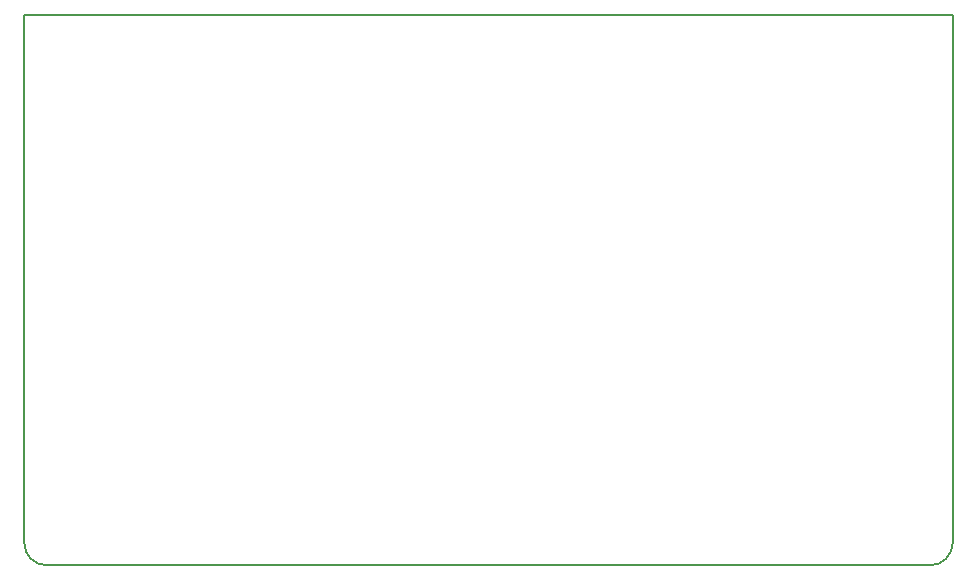
<source format=gko>
G04 start of page 2 for group 5 layer_idx 2 *
G04 Title: (unknown), global_outline *
G04 Creator: pcb-rnd 2.2.2 *
G04 CreationDate: 2020-09-08 23:28:18 UTC *
G04 For:  *
G04 Format: Gerber/RS-274X *
G04 PCB-Dimensions: 416500 193500 *
G04 PCB-Coordinate-Origin: lower left *
%MOIN*%
%FSLAX25Y25*%
%LNGLOBAL_BOUNDARY_UROUTE_5*%
%ADD194C,0.0060*%
G54D194*X3000Y188500D02*X312500D01*
Y12500D01*
X3000D02*Y188500D01*
X305000Y5000D02*X10500D01*
X3000Y12500D02*G75*G03X10500Y5000I7500J0D01*G01*
X305000D02*G75*G03X312500Y12500I0J7500D01*G01*
M02*

</source>
